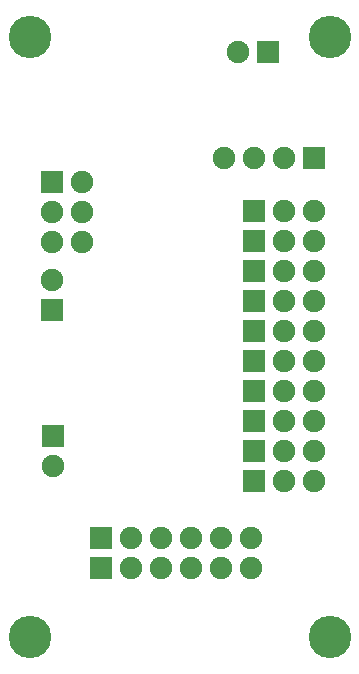
<source format=gbr>
G04 #@! TF.FileFunction,Soldermask,Bot*
%FSLAX46Y46*%
G04 Gerber Fmt 4.6, Leading zero omitted, Abs format (unit mm)*
G04 Created by KiCad (PCBNEW 4.0.5) date 10/23/17 11:59:44*
%MOMM*%
%LPD*%
G01*
G04 APERTURE LIST*
%ADD10C,0.100000*%
%ADD11C,3.600000*%
%ADD12R,1.900000X1.900000*%
%ADD13C,1.900000*%
%ADD14O,1.900000X1.900000*%
G04 APERTURE END LIST*
D10*
D11*
X100000000Y-49200000D03*
D12*
X106050000Y-91660000D03*
D13*
X108590000Y-91660000D03*
X111130000Y-91660000D03*
X113670000Y-91660000D03*
X116210000Y-91660000D03*
X118750000Y-91660000D03*
D11*
X125400000Y-100000000D03*
X125400000Y-49200000D03*
D12*
X119000000Y-63950000D03*
D13*
X121540000Y-63950000D03*
X124080000Y-63950000D03*
D12*
X119000000Y-66490000D03*
D13*
X121540000Y-66490000D03*
X124080000Y-66490000D03*
D12*
X119000000Y-69030000D03*
D13*
X121540000Y-69030000D03*
X124080000Y-69030000D03*
D12*
X119000000Y-71570000D03*
D13*
X121540000Y-71570000D03*
X124080000Y-71570000D03*
D12*
X119000000Y-74110000D03*
D13*
X121540000Y-74110000D03*
X124080000Y-74110000D03*
D12*
X119000000Y-76650000D03*
D13*
X121540000Y-76650000D03*
X124080000Y-76650000D03*
D12*
X119000000Y-79190000D03*
D13*
X121540000Y-79190000D03*
X124080000Y-79190000D03*
D12*
X119000000Y-81730000D03*
D13*
X121540000Y-81730000D03*
X124080000Y-81730000D03*
D12*
X119000000Y-84270000D03*
D13*
X121540000Y-84270000D03*
X124080000Y-84270000D03*
D12*
X102000000Y-83000000D03*
D14*
X102000000Y-85540000D03*
D12*
X120200000Y-50500000D03*
D14*
X117660000Y-50500000D03*
D12*
X101850000Y-72300000D03*
D14*
X101850000Y-69760000D03*
D12*
X124100000Y-59500000D03*
D14*
X121560000Y-59500000D03*
X119020000Y-59500000D03*
X116480000Y-59500000D03*
D12*
X119000000Y-86810000D03*
D13*
X121540000Y-86810000D03*
X124080000Y-86810000D03*
D11*
X100000000Y-100000000D03*
D12*
X106050000Y-94200000D03*
D13*
X108590000Y-94200000D03*
X111130000Y-94200000D03*
X113670000Y-94200000D03*
X116210000Y-94200000D03*
X118750000Y-94200000D03*
D12*
X101850000Y-61500000D03*
D13*
X104390000Y-61500000D03*
X101850000Y-64040000D03*
X104390000Y-64040000D03*
X101850000Y-66580000D03*
X104390000Y-66580000D03*
M02*

</source>
